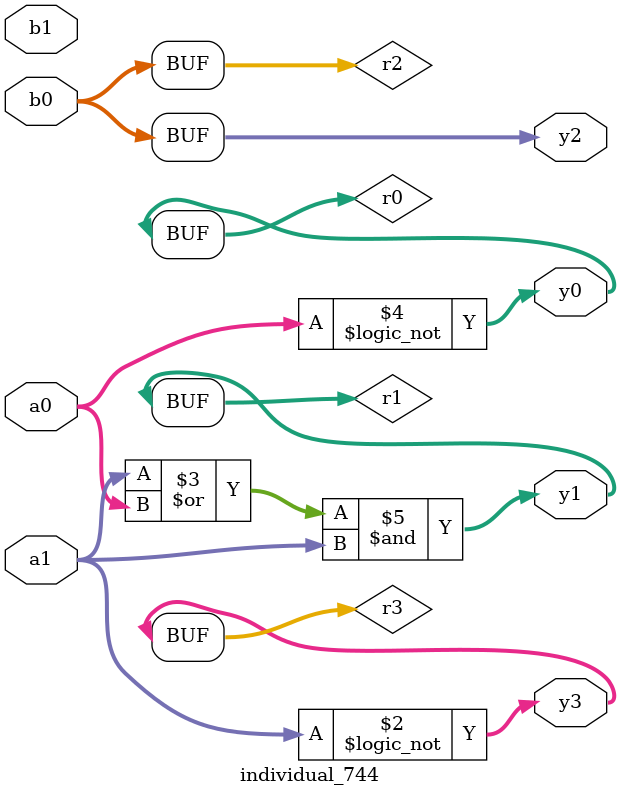
<source format=sv>
module individual_744(input logic [15:0] a1, input logic [15:0] a0, input logic [15:0] b1, input logic [15:0] b0, output logic [15:0] y3, output logic [15:0] y2, output logic [15:0] y1, output logic [15:0] y0);
logic [15:0] r0, r1, r2, r3; 
 always@(*) begin 
	 r0 = a0; r1 = a1; r2 = b0; r3 = b1; 
 	 r3 = ! r1 ;
 	 r1  |=  r0 ;
 	 r0 = ! a0 ;
 	 r1  &=  a1 ;
 	 y3 = r3; y2 = r2; y1 = r1; y0 = r0; 
end
endmodule
</source>
